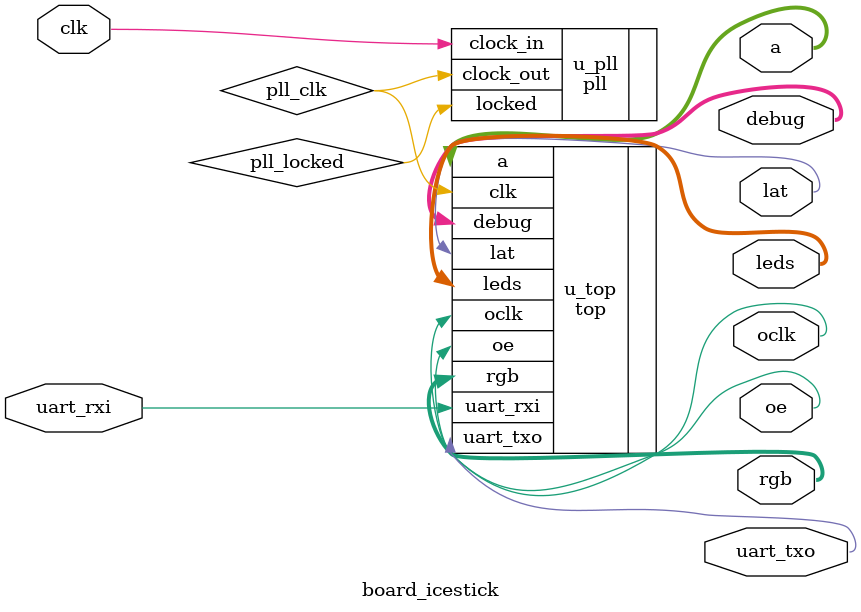
<source format=v>
module board_icestick(clk, rgb, a, oe, lat, oclk, uart_txo, uart_rxi, leds, debug);
	input wire clk;
	output wire [4:0] leds;
	output wire [7:0] debug;
	// uart
	input wire uart_rxi;
	output wire uart_txo;
	// panel
	output wire oe, lat, oclk;
	output wire [2:0] a;
	output wire [5:0] rgb;

	// PLL clock outputs
	wire pll_locked;
	wire pll_clk;
	pll u_pll (
		.locked(pll_locked),
		.clock_in(clk),
		.clock_out(pll_clk),
	);

	top u_top (
		.clk(pll_clk),

		.leds(leds),
		.debug(debug),

		// led panel
		.rgb(rgb),
		.a(a),
		.oe(oe),
		.lat(lat),
		.oclk(oclk),

		// uart attached to pins
		.uart_rxi(uart_rxi),
		.uart_txo(uart_txo)
	);
endmodule


</source>
